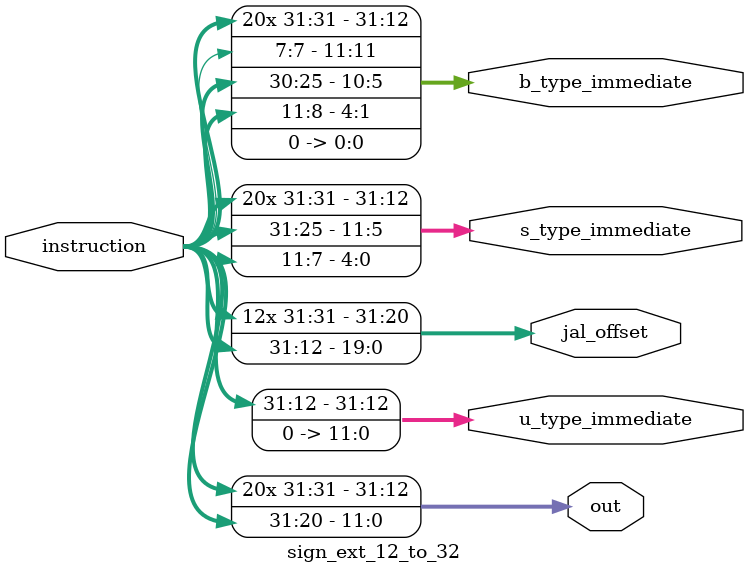
<source format=v>
`timescale 1ns / 1ps

/**
12 to 32 bit sign extender
**/

module sign_ext_12_to_32(
    input [31:0] instruction,
    output [31:0] out, u_type_immediate, jal_offset, s_type_immediate, b_type_immediate
    );
    
    assign b_type_immediate = { {20{instruction[31]}}, instruction[7], instruction[30:25], instruction[11:8], 1'b0 };
    assign jal_offset = {{12{instruction[31]}}, instruction[31:12]};
    assign out = {{20{instruction[31]}}, instruction[31:20]};
    assign s_type_immediate = {{20{instruction[31]}}, instruction[31:25], instruction[11:7]};   
    assign u_type_immediate = {instruction[31:12], 12'b0};
    
endmodule

</source>
